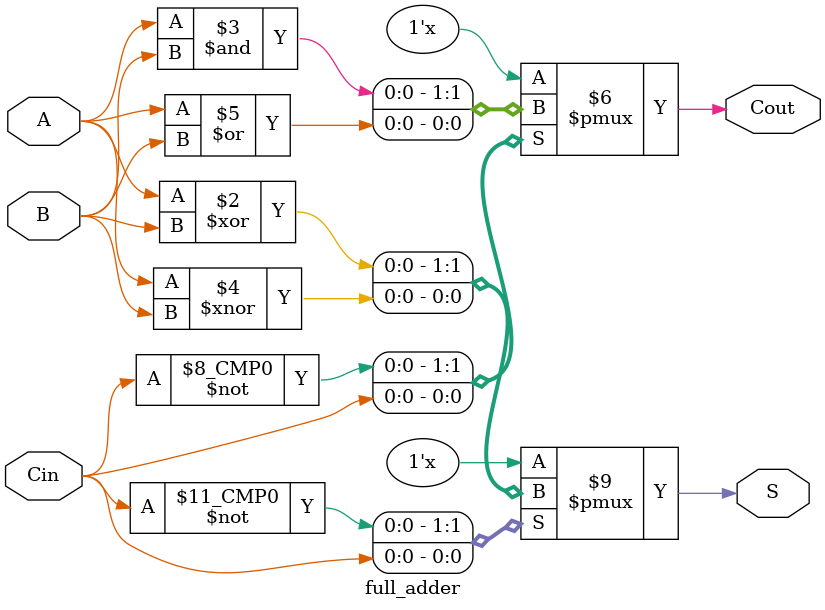
<source format=v>
`timescale 1ns / 1ps


module full_adder(A,B,Cin,S,Cout
    );
    
    input A, B, Cin;
    output reg S, Cout;
    
    always @(A,B,Cin) 
    begin
    case(Cin)
    0: begin
    S = A^B; Cout= A & B;
        end
    1:begin
    S = A ~^ B; Cout = A | B;
       end
    endcase
    end
endmodule

</source>
